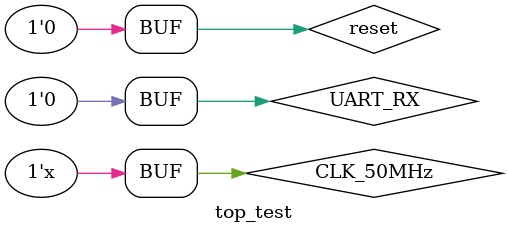
<source format=v>
`timescale 1ps / 1ps


module top_test;

	// Inputs
	reg CLK_50MHz;
	reg reset;
	reg UART_RX;

	// Outputs
	wire VGA_HSYNC;
	wire VGA_VSYNC;
	wire VGA_RED;
	wire VGA_GREEN;
	wire VGA_BLUE;

	// Instantiate the Unit Under Test (UUT)
	top uut (
		.CLK_50MHz(CLK_50MHz), 
		.reset(reset), 
		.UART_RX(UART_RX), 
		.VGA_HSYNC(VGA_HSYNC), 
		.VGA_VSYNC(VGA_VSYNC), 
		.VGA_RED(VGA_RED), 
		.VGA_GREEN(VGA_GREEN), 
		.VGA_BLUE(VGA_BLUE)
	);

	initial begin
		// Initialize Inputs
		CLK_50MHz = 0;
		reset = 0;
		UART_RX = 0;

		#50000;
			
		reset = 1;

		// Wait 100 ns for global reset to finish
		#50000;
        
		 reset = 0; 
		  
		// Add stimulus here

	end

	// 50MHz clock input. 
      
	always
	begin
	#10000 CLK_50MHz = ~CLK_50MHz;
	end
		
endmodule


</source>
